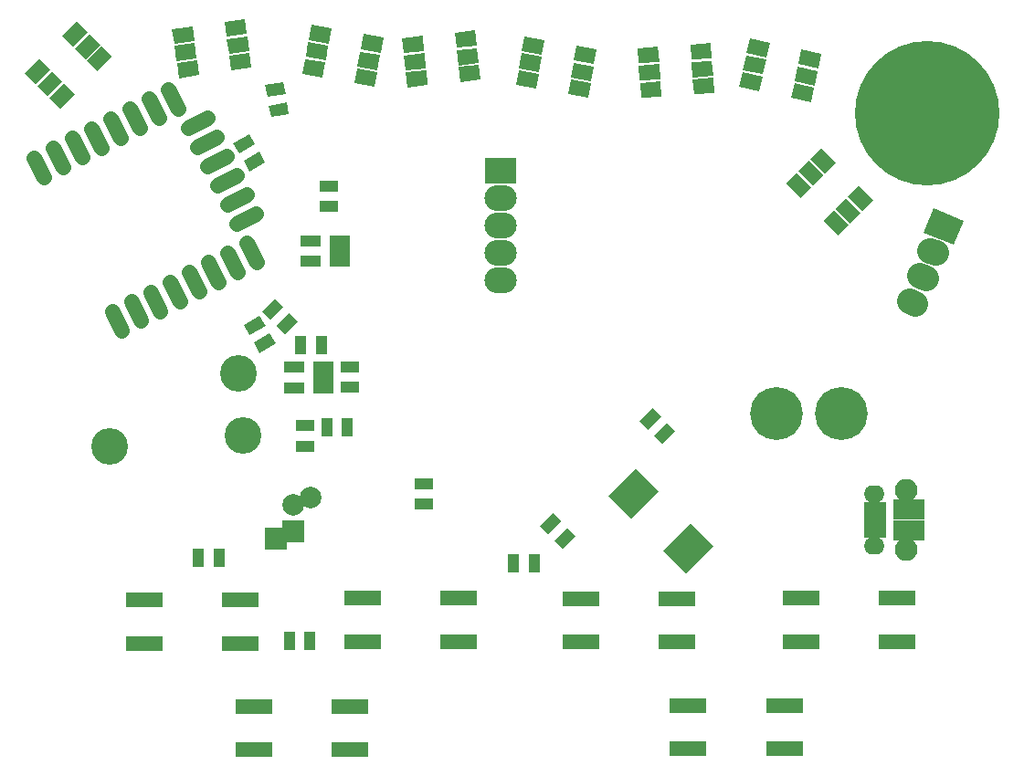
<source format=gts>
G04 #@! TF.FileFunction,Soldermask,Top*
%FSLAX46Y46*%
G04 Gerber Fmt 4.6, Leading zero omitted, Abs format (unit mm)*
G04 Created by KiCad (PCBNEW 4.0.7-e2-6376~58~ubuntu16.04.1) date Wed Apr 11 02:03:13 2018*
%MOMM*%
%LPD*%
G01*
G04 APERTURE LIST*
%ADD10C,0.100000*%
%ADD11R,1.100000X1.700000*%
%ADD12R,1.700000X1.100000*%
%ADD13C,1.400000*%
%ADD14C,2.400000*%
%ADD15R,2.000000X2.000000*%
%ADD16C,2.000000*%
%ADD17R,1.960000X1.050000*%
%ADD18R,3.500000X1.400000*%
%ADD19C,4.900000*%
%ADD20R,2.050000X0.800000*%
%ADD21O,1.900000X1.600000*%
%ADD22O,2.100000X2.100000*%
%ADD23R,2.900000X1.830000*%
%ADD24C,13.400000*%
%ADD25R,3.000000X2.400000*%
%ADD26O,3.000000X2.400000*%
%ADD27C,3.400000*%
G04 APERTURE END LIST*
D10*
D11*
X116590000Y-62410000D03*
X118490000Y-62410000D03*
D10*
G36*
X112978300Y-59280381D02*
X114180381Y-58078300D01*
X114958198Y-58856117D01*
X113756117Y-60058198D01*
X112978300Y-59280381D01*
X112978300Y-59280381D01*
G37*
G36*
X114321802Y-60623883D02*
X115523883Y-59421802D01*
X116301700Y-60199619D01*
X115099619Y-61401700D01*
X114321802Y-60623883D01*
X114321802Y-60623883D01*
G37*
D11*
X119020000Y-70000000D03*
X120920000Y-70000000D03*
D12*
X121170000Y-64400000D03*
X121170000Y-66300000D03*
D10*
G36*
X113306122Y-45414038D02*
X111833878Y-46264038D01*
X111283878Y-45311410D01*
X112756122Y-44461410D01*
X113306122Y-45414038D01*
X113306122Y-45414038D01*
G37*
G36*
X112356122Y-43768590D02*
X110883878Y-44618590D01*
X110333878Y-43665962D01*
X111806122Y-42815962D01*
X112356122Y-43768590D01*
X112356122Y-43768590D01*
G37*
D12*
X119220000Y-49510000D03*
X119220000Y-47610000D03*
D13*
X100012894Y-61041031D02*
X99104914Y-59259017D01*
X101794907Y-60133050D02*
X100886927Y-58351036D01*
X103576921Y-59225069D02*
X102668941Y-57443055D01*
X105358934Y-58317088D02*
X104450954Y-56535074D01*
X107140947Y-57409107D02*
X106232967Y-55627093D01*
X108922960Y-56501126D02*
X108014980Y-54719112D01*
X110704973Y-55593145D02*
X109796993Y-53811131D01*
X112486986Y-54685164D02*
X111579006Y-52903150D01*
X112453038Y-50213157D02*
X110671024Y-51121137D01*
X111545057Y-48431144D02*
X109763043Y-49339124D01*
X110637076Y-46649131D02*
X108855062Y-47557111D01*
X109729095Y-44867117D02*
X107947081Y-45775097D01*
X108821114Y-43085104D02*
X107039100Y-43993084D01*
X107913133Y-41303091D02*
X106131119Y-42211071D01*
X104315158Y-38647045D02*
X105223138Y-40429059D01*
X102533145Y-39555026D02*
X103441125Y-41337040D01*
X100751132Y-40463007D02*
X101659112Y-42245021D01*
X98969119Y-41370988D02*
X99877099Y-43153002D01*
X97187106Y-42278969D02*
X98095086Y-44060983D01*
X95405093Y-43186950D02*
X96313073Y-44968964D01*
X93623079Y-44094931D02*
X94531059Y-45876945D01*
X91841066Y-45002912D02*
X92749046Y-46784926D01*
D10*
G36*
X175218752Y-49705469D02*
X178000304Y-50829289D01*
X177101248Y-53054531D01*
X174319696Y-51930711D01*
X175218752Y-49705469D01*
X175218752Y-49705469D01*
G37*
D14*
X175486654Y-53847429D02*
X174930344Y-53622665D01*
X174535154Y-56202476D02*
X173978844Y-55977712D01*
X173583653Y-58557523D02*
X173027343Y-58332759D01*
D15*
X115900000Y-79680000D03*
D16*
X115900000Y-77180000D03*
D15*
X114300000Y-80350937D03*
D16*
X117500000Y-76509063D03*
D10*
G36*
X114276122Y-62254038D02*
X112803878Y-63104038D01*
X112253878Y-62151410D01*
X113726122Y-61301410D01*
X114276122Y-62254038D01*
X114276122Y-62254038D01*
G37*
G36*
X113326122Y-60608590D02*
X111853878Y-61458590D01*
X111303878Y-60505962D01*
X112776122Y-59655962D01*
X113326122Y-60608590D01*
X113326122Y-60608590D01*
G37*
G36*
X115507559Y-40949610D02*
X113833386Y-41244812D01*
X113642373Y-40161524D01*
X115316546Y-39866322D01*
X115507559Y-40949610D01*
X115507559Y-40949610D01*
G37*
G36*
X115177627Y-39078476D02*
X113503454Y-39373678D01*
X113312441Y-38290390D01*
X114986614Y-37995188D01*
X115177627Y-39078476D01*
X115177627Y-39078476D01*
G37*
D11*
X136320000Y-82600000D03*
X138220000Y-82600000D03*
D12*
X116960000Y-69840000D03*
X116960000Y-71740000D03*
X128020000Y-77150000D03*
X128020000Y-75250000D03*
D17*
X118720000Y-66320000D03*
X118720000Y-65370000D03*
X118720000Y-64420000D03*
X116020000Y-64420000D03*
X116020000Y-66320000D03*
X120210000Y-54590000D03*
X120210000Y-53640000D03*
X120210000Y-52690000D03*
X117510000Y-52690000D03*
X117510000Y-54590000D03*
D10*
G36*
X98100559Y-34622233D02*
X99090508Y-35612182D01*
X97747005Y-36955685D01*
X96757056Y-35965736D01*
X98100559Y-34622233D01*
X98100559Y-34622233D01*
G37*
G36*
X97004544Y-33526218D02*
X97994493Y-34516167D01*
X96650990Y-35859670D01*
X95661041Y-34869721D01*
X97004544Y-33526218D01*
X97004544Y-33526218D01*
G37*
G36*
X95837818Y-32359492D02*
X96827767Y-33349441D01*
X95484264Y-34692944D01*
X94494315Y-33702995D01*
X95837818Y-32359492D01*
X95837818Y-32359492D01*
G37*
G36*
X92372995Y-35824315D02*
X93362944Y-36814264D01*
X92019441Y-38157767D01*
X91029492Y-37167818D01*
X92372995Y-35824315D01*
X92372995Y-35824315D01*
G37*
G36*
X93504365Y-36955686D02*
X94494314Y-37945635D01*
X93150811Y-39289138D01*
X92160862Y-38299189D01*
X93504365Y-36955686D01*
X93504365Y-36955686D01*
G37*
G36*
X94635736Y-38087056D02*
X95625685Y-39077005D01*
X94282182Y-40420508D01*
X93292233Y-39430559D01*
X94635736Y-38087056D01*
X94635736Y-38087056D01*
G37*
G36*
X111842167Y-35288053D02*
X112037010Y-36674428D01*
X110155501Y-36938857D01*
X109960658Y-35552482D01*
X111842167Y-35288053D01*
X111842167Y-35288053D01*
G37*
G36*
X111626448Y-33753137D02*
X111821291Y-35139512D01*
X109939782Y-35403941D01*
X109744939Y-34017566D01*
X111626448Y-33753137D01*
X111626448Y-33753137D01*
G37*
G36*
X111396813Y-32119195D02*
X111591656Y-33505570D01*
X109710147Y-33769999D01*
X109515304Y-32383624D01*
X111396813Y-32119195D01*
X111396813Y-32119195D01*
G37*
G36*
X106544499Y-32801143D02*
X106739342Y-34187518D01*
X104857833Y-34451947D01*
X104662990Y-33065572D01*
X106544499Y-32801143D01*
X106544499Y-32801143D01*
G37*
G36*
X106767176Y-34385572D02*
X106962019Y-35771947D01*
X105080510Y-36036376D01*
X104885667Y-34650001D01*
X106767176Y-34385572D01*
X106767176Y-34385572D01*
G37*
G36*
X106989853Y-35970001D02*
X107184696Y-37356376D01*
X105303187Y-37620805D01*
X105108344Y-36234430D01*
X106989853Y-35970001D01*
X106989853Y-35970001D01*
G37*
G36*
X123702063Y-37026730D02*
X123458956Y-38405461D01*
X121587821Y-38075530D01*
X121830928Y-36696799D01*
X123702063Y-37026730D01*
X123702063Y-37026730D01*
G37*
G36*
X123971218Y-35500278D02*
X123728111Y-36879009D01*
X121856976Y-36549078D01*
X122100083Y-35170347D01*
X123971218Y-35500278D01*
X123971218Y-35500278D01*
G37*
G36*
X124257737Y-33875346D02*
X124014630Y-35254077D01*
X122143495Y-34924146D01*
X122386602Y-33545415D01*
X124257737Y-33875346D01*
X124257737Y-33875346D01*
G37*
G36*
X119432179Y-33024470D02*
X119189072Y-34403201D01*
X117317937Y-34073270D01*
X117561044Y-32694539D01*
X119432179Y-33024470D01*
X119432179Y-33024470D01*
G37*
G36*
X119154342Y-34600162D02*
X118911235Y-35978893D01*
X117040100Y-35648962D01*
X117283207Y-34270231D01*
X119154342Y-34600162D01*
X119154342Y-34600162D01*
G37*
G36*
X118876505Y-36175854D02*
X118633398Y-37554585D01*
X116762263Y-37224654D01*
X117005370Y-35845923D01*
X118876505Y-36175854D01*
X118876505Y-36175854D01*
G37*
G36*
X133095450Y-36389673D02*
X133241790Y-37782003D01*
X131352198Y-37980607D01*
X131205858Y-36588277D01*
X133095450Y-36389673D01*
X133095450Y-36389673D01*
G37*
G36*
X132933431Y-34848164D02*
X133079771Y-36240494D01*
X131190179Y-36439098D01*
X131043839Y-35046768D01*
X132933431Y-34848164D01*
X132933431Y-34848164D01*
G37*
G36*
X132760959Y-33207203D02*
X132907299Y-34599533D01*
X131017707Y-34798137D01*
X130871367Y-33405807D01*
X132760959Y-33207203D01*
X132760959Y-33207203D01*
G37*
G36*
X127887802Y-33719393D02*
X128034142Y-35111723D01*
X126144550Y-35310327D01*
X125998210Y-33917997D01*
X127887802Y-33719393D01*
X127887802Y-33719393D01*
G37*
G36*
X128055047Y-35310628D02*
X128201387Y-36702958D01*
X126311795Y-36901562D01*
X126165455Y-35509232D01*
X128055047Y-35310628D01*
X128055047Y-35310628D01*
G37*
G36*
X128222293Y-36901863D02*
X128368633Y-38294193D01*
X126479041Y-38492797D01*
X126332701Y-37100467D01*
X128222293Y-36901863D01*
X128222293Y-36901863D01*
G37*
G36*
X143472063Y-38086730D02*
X143228956Y-39465461D01*
X141357821Y-39135530D01*
X141600928Y-37756799D01*
X143472063Y-38086730D01*
X143472063Y-38086730D01*
G37*
G36*
X143741218Y-36560278D02*
X143498111Y-37939009D01*
X141626976Y-37609078D01*
X141870083Y-36230347D01*
X143741218Y-36560278D01*
X143741218Y-36560278D01*
G37*
G36*
X144027737Y-34935346D02*
X143784630Y-36314077D01*
X141913495Y-35984146D01*
X142156602Y-34605415D01*
X144027737Y-34935346D01*
X144027737Y-34935346D01*
G37*
G36*
X139202179Y-34084470D02*
X138959072Y-35463201D01*
X137087937Y-35133270D01*
X137331044Y-33754539D01*
X139202179Y-34084470D01*
X139202179Y-34084470D01*
G37*
G36*
X138924342Y-35660162D02*
X138681235Y-37038893D01*
X136810100Y-36708962D01*
X137053207Y-35330231D01*
X138924342Y-35660162D01*
X138924342Y-35660162D01*
G37*
G36*
X138646505Y-37235854D02*
X138403398Y-38614585D01*
X136532263Y-38284654D01*
X136775370Y-36905923D01*
X138646505Y-37235854D01*
X138646505Y-37235854D01*
G37*
G36*
X154824498Y-37580636D02*
X154922157Y-38977225D01*
X153026786Y-39109762D01*
X152929127Y-37713173D01*
X154824498Y-37580636D01*
X154824498Y-37580636D01*
G37*
G36*
X154716376Y-36034412D02*
X154814035Y-37431001D01*
X152918664Y-37563538D01*
X152821005Y-36166949D01*
X154716376Y-36034412D01*
X154716376Y-36034412D01*
G37*
G36*
X154601278Y-34388431D02*
X154698937Y-35785020D01*
X152803566Y-35917557D01*
X152705907Y-34520968D01*
X154601278Y-34388431D01*
X154601278Y-34388431D01*
G37*
G36*
X149713214Y-34730238D02*
X149810873Y-36126827D01*
X147915502Y-36259364D01*
X147817843Y-34862775D01*
X149713214Y-34730238D01*
X149713214Y-34730238D01*
G37*
G36*
X149824824Y-36326340D02*
X149922483Y-37722929D01*
X148027112Y-37855466D01*
X147929453Y-36458877D01*
X149824824Y-36326340D01*
X149824824Y-36326340D01*
G37*
G36*
X149936434Y-37922443D02*
X150034093Y-39319032D01*
X148138722Y-39451569D01*
X148041063Y-38054980D01*
X149936434Y-37922443D01*
X149936434Y-37922443D01*
G37*
G36*
X164198581Y-38492233D02*
X163907505Y-39861639D01*
X162049025Y-39466607D01*
X162340101Y-38097201D01*
X164198581Y-38492233D01*
X164198581Y-38492233D01*
G37*
G36*
X164520844Y-36976104D02*
X164229768Y-38345510D01*
X162371288Y-37950478D01*
X162662364Y-36581072D01*
X164520844Y-36976104D01*
X164520844Y-36976104D01*
G37*
G36*
X164863898Y-35362160D02*
X164572822Y-36731566D01*
X162714342Y-36336534D01*
X163005418Y-34967128D01*
X164863898Y-35362160D01*
X164863898Y-35362160D01*
G37*
G36*
X160070975Y-34343393D02*
X159779899Y-35712799D01*
X157921419Y-35317767D01*
X158212495Y-33948361D01*
X160070975Y-34343393D01*
X160070975Y-34343393D01*
G37*
G36*
X159738316Y-35908429D02*
X159447240Y-37277835D01*
X157588760Y-36882803D01*
X157879836Y-35513397D01*
X159738316Y-35908429D01*
X159738316Y-35908429D01*
G37*
G36*
X159405658Y-37473466D02*
X159114582Y-38842872D01*
X157256102Y-38447840D01*
X157547178Y-37078434D01*
X159405658Y-37473466D01*
X159405658Y-37473466D01*
G37*
G36*
X167387767Y-51200559D02*
X166397818Y-52190508D01*
X165054315Y-50847005D01*
X166044264Y-49857056D01*
X167387767Y-51200559D01*
X167387767Y-51200559D01*
G37*
G36*
X168483782Y-50104544D02*
X167493833Y-51094493D01*
X166150330Y-49750990D01*
X167140279Y-48761041D01*
X168483782Y-50104544D01*
X168483782Y-50104544D01*
G37*
G36*
X169650508Y-48937818D02*
X168660559Y-49927767D01*
X167317056Y-48584264D01*
X168307005Y-47594315D01*
X169650508Y-48937818D01*
X169650508Y-48937818D01*
G37*
G36*
X166185685Y-45472995D02*
X165195736Y-46462944D01*
X163852233Y-45119441D01*
X164842182Y-44129492D01*
X166185685Y-45472995D01*
X166185685Y-45472995D01*
G37*
G36*
X165054314Y-46604365D02*
X164064365Y-47594314D01*
X162720862Y-46250811D01*
X163710811Y-45260862D01*
X165054314Y-46604365D01*
X165054314Y-46604365D01*
G37*
G36*
X163922944Y-47735736D02*
X162932995Y-48725685D01*
X161589492Y-47382182D01*
X162579441Y-46392233D01*
X163922944Y-47735736D01*
X163922944Y-47735736D01*
G37*
D18*
X102055000Y-86040000D03*
X102055000Y-90040000D03*
X110965000Y-90040000D03*
X110965000Y-86040000D03*
X112275000Y-95930000D03*
X112275000Y-99930000D03*
X121185000Y-99930000D03*
X121185000Y-95930000D03*
X122335000Y-85870000D03*
X122335000Y-89870000D03*
X131245000Y-89870000D03*
X131245000Y-85870000D03*
X142535000Y-85930000D03*
X142535000Y-89930000D03*
X151445000Y-89930000D03*
X151445000Y-85930000D03*
X162955000Y-85860000D03*
X162955000Y-89860000D03*
X171865000Y-89860000D03*
X171865000Y-85860000D03*
X152515000Y-95840000D03*
X152515000Y-99840000D03*
X161425000Y-99840000D03*
X161425000Y-95840000D03*
D19*
X166700000Y-68700000D03*
X160700000Y-68700000D03*
D20*
X169860000Y-79900000D03*
X169860000Y-79250000D03*
X169860000Y-78600000D03*
X169860000Y-77950000D03*
X169860000Y-77300000D03*
D21*
X169740000Y-81020000D03*
X169740000Y-76180000D03*
D22*
X172740000Y-81330000D03*
X172740000Y-75870000D03*
D23*
X172980000Y-79560000D03*
X172980000Y-77640000D03*
D10*
G36*
X150192132Y-81467716D02*
X152737716Y-78922132D01*
X154859036Y-81043452D01*
X152313452Y-83589036D01*
X150192132Y-81467716D01*
X150192132Y-81467716D01*
G37*
G36*
X145100964Y-76376548D02*
X147646548Y-73830964D01*
X149767868Y-75952284D01*
X147222284Y-78497868D01*
X145100964Y-76376548D01*
X145100964Y-76376548D01*
G37*
G36*
X147998300Y-69450381D02*
X149200381Y-68248300D01*
X149978198Y-69026117D01*
X148776117Y-70228198D01*
X147998300Y-69450381D01*
X147998300Y-69450381D01*
G37*
G36*
X149341802Y-70793883D02*
X150543883Y-69591802D01*
X151321700Y-70369619D01*
X150119619Y-71571700D01*
X149341802Y-70793883D01*
X149341802Y-70793883D01*
G37*
D24*
X174680000Y-40850000D03*
D25*
X135128000Y-46228000D03*
D26*
X135128000Y-48768000D03*
X135128000Y-51308000D03*
X135128000Y-53848000D03*
X135128000Y-56388000D03*
D27*
X98920515Y-71820000D03*
X110785064Y-64970000D03*
X111220000Y-70723332D03*
D11*
X107120000Y-82140000D03*
X109020000Y-82140000D03*
X115560000Y-89840000D03*
X117460000Y-89840000D03*
D10*
G36*
X142091700Y-80089619D02*
X140889619Y-81291700D01*
X140111802Y-80513883D01*
X141313883Y-79311802D01*
X142091700Y-80089619D01*
X142091700Y-80089619D01*
G37*
G36*
X140748198Y-78746117D02*
X139546117Y-79948198D01*
X138768300Y-79170381D01*
X139970381Y-77968300D01*
X140748198Y-78746117D01*
X140748198Y-78746117D01*
G37*
M02*

</source>
